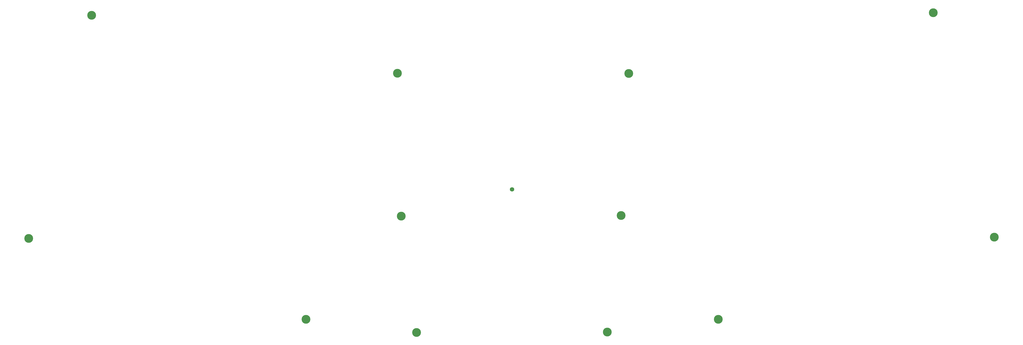
<source format=gbs>
G04 #@! TF.GenerationSoftware,KiCad,Pcbnew,(5.1.10)-1*
G04 #@! TF.CreationDate,2021-10-09T15:29:01+01:00*
G04 #@! TF.ProjectId,superlyra-hs-backplate,73757065-726c-4797-9261-2d68732d6261,0.1*
G04 #@! TF.SameCoordinates,Original*
G04 #@! TF.FileFunction,Soldermask,Bot*
G04 #@! TF.FilePolarity,Negative*
%FSLAX46Y46*%
G04 Gerber Fmt 4.6, Leading zero omitted, Abs format (unit mm)*
G04 Created by KiCad (PCBNEW (5.1.10)-1) date 2021-10-09 15:29:01*
%MOMM*%
%LPD*%
G01*
G04 APERTURE LIST*
%ADD10C,1.752600*%
%ADD11C,3.500000*%
G04 APERTURE END LIST*
D10*
G04 #@! TO.C,J1*
X209931000Y-130302000D03*
G04 #@! TD*
D11*
G04 #@! TO.C,H1*
X42545000Y-60833000D03*
G04 #@! TD*
G04 #@! TO.C,H5*
X127889000Y-182118000D03*
G04 #@! TD*
G04 #@! TO.C,H7*
X165862000Y-140970000D03*
G04 #@! TD*
G04 #@! TO.C,H8*
X17526000Y-149860000D03*
G04 #@! TD*
G04 #@! TO.C,H9*
X171958000Y-187325000D03*
G04 #@! TD*
G04 #@! TO.C,H10*
X164338000Y-83947000D03*
G04 #@! TD*
G04 #@! TO.C,H11*
X256413000Y-84074000D03*
G04 #@! TD*
G04 #@! TO.C,H12*
X253365000Y-140716000D03*
G04 #@! TD*
G04 #@! TO.C,H13*
X401955000Y-149352000D03*
G04 #@! TD*
G04 #@! TO.C,H15*
X247904000Y-187198000D03*
G04 #@! TD*
G04 #@! TO.C,H16*
X292100000Y-182118000D03*
G04 #@! TD*
G04 #@! TO.C,H20*
X377698000Y-59817000D03*
G04 #@! TD*
M02*

</source>
